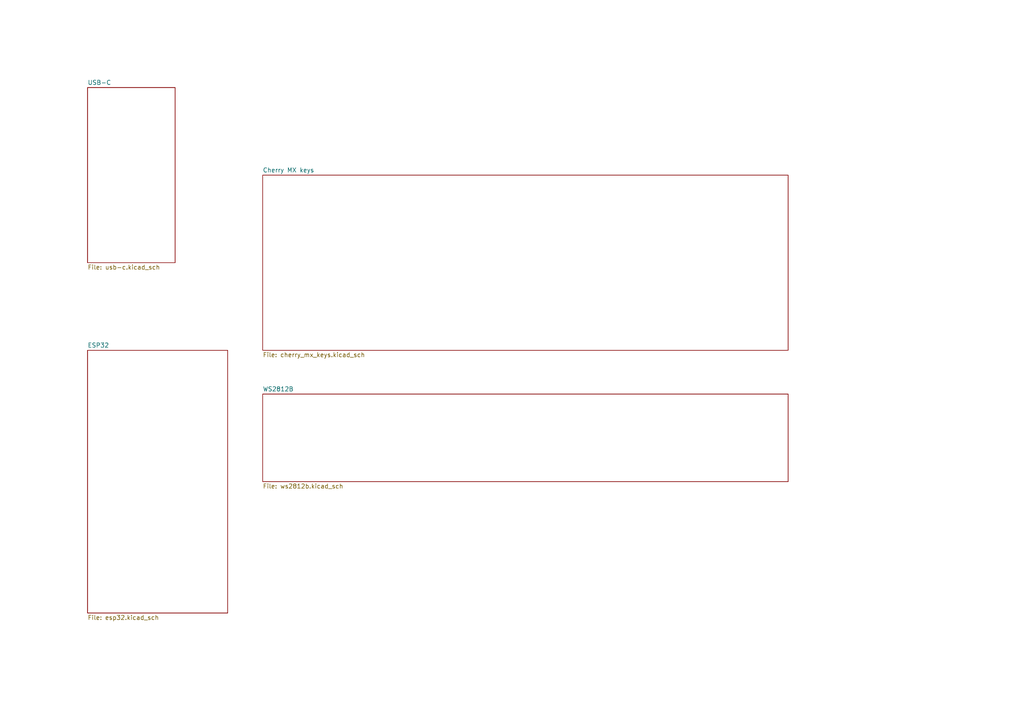
<source format=kicad_sch>
(kicad_sch (version 20211123) (generator eeschema)
  (paper "A4")
  (lib_symbols)
  (sheet (at 76.2 114.3) (size 152.4 25.4) (stroke (width 0.1524))
    (property "Sheet name" "WS2812B" (at 76.2 113.5884 0) (effects (justify left bottom)))
    (property "Sheet file" "ws2812b.kicad_sch" (at 76.2 140.2846 0) (effects (justify left top)))
  )
  (sheet (at 76.2 50.8) (size 152.4 50.8) (stroke (width 0.1524))
    (property "Sheet name" "Cherry MX keys" (at 76.2 50.0884 0) (effects (justify left bottom)))
    (property "Sheet file" "cherry_mx_keys.kicad_sch" (at 76.2 102.1846 0) (effects (justify left top)))
  )
  (sheet (at 25.4 101.6) (size 40.64 76.2) (stroke (width 0.1524))
    (property "Sheet name" "ESP32" (at 25.4 100.8884 0) (effects (justify left bottom)))
    (property "Sheet file" "esp32.kicad_sch" (at 25.4 178.3846 0) (effects (justify left top)))
  )
  (sheet (at 25.4 25.4) (size 25.4 50.8) (stroke (width 0.1524))
    (property "Sheet name" "USB-C" (at 25.4 24.6884 0) (effects (justify left bottom)))
    (property "Sheet file" "usb-c.kicad_sch" (at 25.4 76.7846 0) (effects (justify left top)))
  )
)
</source>
